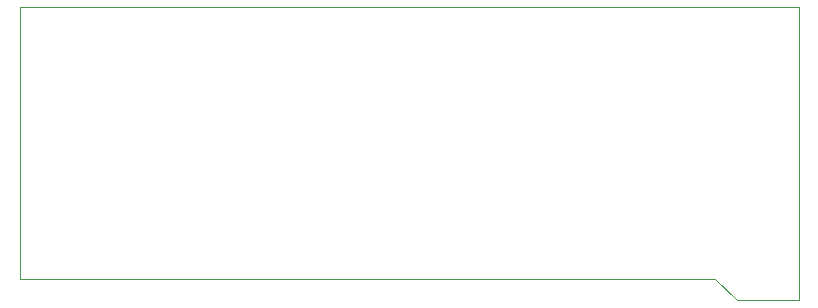
<source format=gm1>
G04 #@! TF.FileFunction,Profile,NP*
%FSLAX46Y46*%
G04 Gerber Fmt 4.6, Leading zero omitted, Abs format (unit mm)*
G04 Created by KiCad (PCBNEW 4.0.4-stable) date Tue Nov 15 23:40:00 2016*
%MOMM*%
%LPD*%
G01*
G04 APERTURE LIST*
%ADD10C,0.150000*%
%ADD11C,0.050000*%
G04 APERTURE END LIST*
D10*
D11*
X217960000Y-72000000D02*
X152000000Y-72000000D01*
X217960000Y-96810000D02*
X217960000Y-72000000D01*
X212700000Y-96810000D02*
X217960000Y-96810000D01*
X210890000Y-95000000D02*
X212700000Y-96810000D01*
X152000000Y-95000000D02*
X210890000Y-95000000D01*
X152000000Y-95000000D02*
X152000000Y-72000000D01*
M02*

</source>
